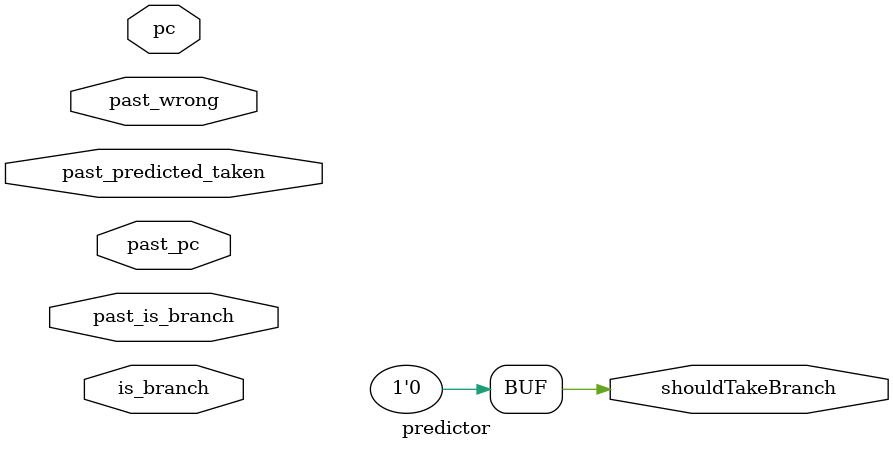
<source format=v>
module predictor (pc,is_branch,shouldTakeBranch,past_pc,past_wrong,past_is_branch,past_predicted_taken);
input[31:0]pc,past_pc;
input past_wrong,is_branch,past_is_branch,past_predicted_taken;
// pc: pc of branch being predicted
// is_branch: is the instruction being predicted a branch?
// past_pc: pc of branch previously predicted (comes from execute)
// past_is_branch: is the instruction coming from execute a branch
// past_wrong: was there a mispredict on the past branch coming from execute
// past_predicted_taken: whether the prediction of the past branch from execute was taken or not taken
// shouldTakeBranch: shoud take current branch in decode?
output shouldTakeBranch;
assign shouldTakeBranch=1'b0;

endmodule
</source>
